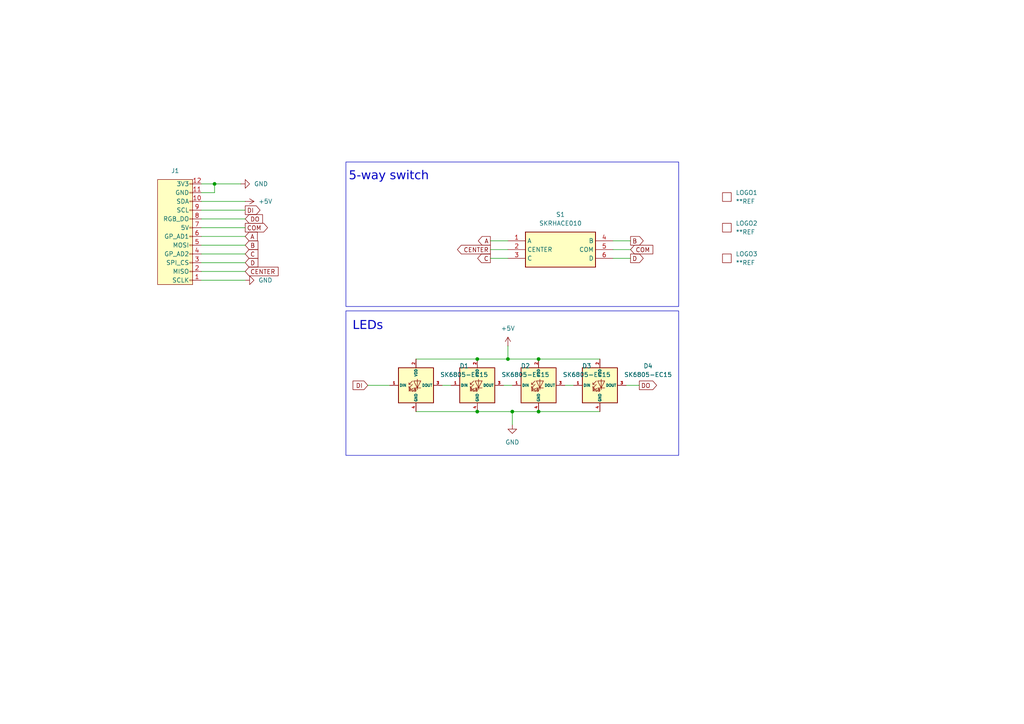
<source format=kicad_sch>
(kicad_sch (version 20250114) (generator "eeschema") (generator_version "9.0")
  (paper "A4")
  (lib_symbols
    (symbol "ct-kicad:SK6805-EC15" (pin_names (offset 0.254))
      (property "Reference" "D3" (at 14.605 5.08 0))
      (property "Value" "SK6805-EC15" (at 0.635 11.43 0))
      (symbol "SK6805-EC15_0_0"
        (text "RGB" (at -1.016 -1.397 0) (effects (font (size 0.762 0.762))))
      )
      (symbol "SK6805-EC15_0_1"
        (polyline (pts (xy -2.032 0.254) (xy -1.524 0.254)))
        (polyline (pts (xy -2.032 -0.762) (xy -1.524 -0.762)))
        (polyline (pts (xy -1.016 1.27) (xy -2.032 0.254) (xy -2.032 0.762)))
        (polyline (pts (xy -1.016 0.254) (xy -2.032 -0.762) (xy -2.032 -0.254)))
        (polyline (pts (xy 0.381 1.778) (xy 0.381 -0.762) (xy 0.381 -1.27)))
        (polyline (pts (xy 1.397 1.27) (xy -0.635 1.27) (xy 0.381 -0.762) (xy 1.397 1.27)))
        (polyline (pts (xy 1.397 -0.762) (xy -0.635 -0.762)))
        (rectangle (start 5.08 5.08) (end -5.08 -5.08) (stroke (width 0.254)) (fill (type background)))
      )
      (symbol "SK6805-EC15_1_1"
        (pin input line (at -7.62 0 0) (length 2.54) (name "DIN") (number "1"))
        (pin power_in line (at 0 7.62 270) (length 2.54) (name "VDD") (number "2"))
        (pin power_in line (at 0 -7.62 90) (length 2.54) (name "GND") (number "4"))
        (pin output line (at 7.62 0 180) (length 2.54) (name "DOUT") (number "3"))
      )
    )
    (symbol "ct-kicad:SKRHACE010"
      (property "Reference" "S" (at 26.67 7.62 0))
      (property "Value" "SKRHACE010" (at 26.67 5.08 0))
      (symbol "SKRHACE010_1_1"
        (rectangle (start 5.08 2.54) (end 25.4 -7.62) (stroke (width 0.254)) (fill (type background)))
        (pin passive line (at 0 0 0) (length 5.08) (name "A") (number "1"))
        (pin passive line (at 0 -2.54 0) (length 5.08) (name "CENTER") (number "2"))
        (pin passive line (at 0 -5.08 0) (length 5.08) (name "C") (number "3"))
        (pin passive line (at 30.48 0 180) (length 5.08) (name "B") (number "4"))
        (pin passive line (at 30.48 -2.54 180) (length 5.08) (name "COM") (number "5"))
        (pin passive line (at 30.48 -5.08 180) (length 5.08) (name "D") (number "6"))
      )
    )
    (symbol "ct-kicad:awesome-logo" (in_bom no)
      (property "Reference" "LOGO" (at 0 0 0))
      (property "Value" "**REF" (at 0 0 0))
      (symbol "awesome-logo_0_1"
        (rectangle (start -1.27 1.27) (end 1.27 -1.27))
      )
    )
    (symbol "ct-kicad:led-pad-qr-10mm" (in_bom no)
      (property "Reference" "LOGO" (at 0 0 0))
      (property "Value" "**REF" (at 0 0 0))
      (symbol "led-pad-qr-10mm_0_1"
        (rectangle (start -1.27 1.27) (end 1.27 -1.27))
      )
    )
    (symbol "power:+5V" (power) (pin_numbers (hide yes)) (pin_names (offset 0) (hide yes))
      (property "Value" "+5V" (at 0 3.556 0))
      (symbol "+5V_0_1"
        (polyline (pts (xy -0.762 1.27) (xy 0 2.54)))
        (polyline (pts (xy 0 2.54) (xy 0.762 1.27)))
        (polyline (pts (xy 0 0) (xy 0 2.54)))
      )
      (symbol "+5V_1_1"
        (pin power_in line (at 0 0 90) (length 0) (name "~") (number "1"))
      )
    )
    (symbol "power:GND" (power) (pin_numbers (hide yes)) (pin_names (offset 0) (hide yes))
      (property "Value" "GND" (at 0 -3.81 0))
      (symbol "GND_0_1"
        (polyline (pts (xy 0 0) (xy 0 -1.27) (xy 1.27 -1.27) (xy 0 -2.54) (xy -1.27 -1.27) (xy 0 -1.27)))
      )
      (symbol "GND_1_1"
        (pin power_in line (at 0 0 270) (length 0) (name "~") (number "1"))
      )
    )
    (symbol "vik:vik-module-connector" (pin_names (offset 1))
      (property "Reference" "J" (at 0 15.875 0))
      (symbol "vik-module-connector_1_1"
        (rectangle (start -5.08 13.97) (end 5.08 -16.51) (fill (type background)))
        (rectangle (start -5.0546 12.827) (end -4.191 12.573) (stroke (width 0.1)))
        (rectangle (start -5.0546 10.287) (end -4.191 10.033) (stroke (width 0.1)))
        (rectangle (start -5.0546 7.747) (end -4.191 7.493) (stroke (width 0.1)))
        (rectangle (start -5.0546 5.207) (end -4.191 4.953) (stroke (width 0.1)))
        (rectangle (start -5.0546 2.667) (end -4.191 2.413) (stroke (width 0.1)))
        (rectangle (start -5.0546 0.127) (end -4.191 -0.127) (stroke (width 0.1)))
        (rectangle (start -5.0546 -2.413) (end -4.191 -2.667) (stroke (width 0.1)))
        (rectangle (start -5.0546 -4.953) (end -4.191 -5.207) (stroke (width 0.1)))
        (rectangle (start -5.0546 -7.493) (end -4.191 -7.747) (stroke (width 0.1)))
        (rectangle (start -5.0546 -10.033) (end -4.191 -10.287) (stroke (width 0.1)))
        (rectangle (start -5.0546 -12.573) (end -4.191 -12.827) (stroke (width 0.1)))
        (rectangle (start -5.0546 -15.113) (end -4.191 -15.367) (stroke (width 0.1)))
        (pin output line (at -7.62 12.7 0) (length 2.54) (name "SCLK") (number "1"))
        (pin tri_state line (at -7.62 10.16 0) (length 2.54) (name "MISO") (number "2"))
        (pin output line (at -7.62 7.62 0) (length 2.54) (name "SPI_CS") (number "3"))
        (pin bidirectional line (at -7.62 5.08 0) (length 2.54) (name "GP_AD2") (number "4"))
        (pin output line (at -7.62 2.54 0) (length 2.54) (name "MOSI") (number "5"))
        (pin bidirectional line (at -7.62 0 0) (length 2.54) (name "GP_AD1") (number "6"))
        (pin power_out line (at -7.62 -2.54 0) (length 2.54) (name "5V") (number "7"))
        (pin output line (at -7.62 -5.08 0) (length 2.54) (name "RGB_DO") (number "8"))
        (pin bidirectional line (at -7.62 -7.62 0) (length 2.54) (name "SCL") (number "9"))
        (pin bidirectional line (at -7.62 -10.16 0) (length 2.54) (name "SDA") (number "10"))
        (pin power_out line (at -7.62 -12.7 0) (length 2.54) (name "GND") (number "11"))
        (pin power_out line (at -7.62 -15.24 0) (length 2.54) (name "3V3") (number "12"))
      )
    )
  )
  (rectangle (start 100.33 90.17) (end 196.85 132.08))
  (rectangle (start 100.33 46.99) (end 196.85 88.9))
  (text "5-way switch" (at 112.776 51.816 0) (effects (font (size 2.54 2.54))))
  (text "LEDs" (at 106.68 95.25 0) (effects (font (size 2.54 2.54))))
  (junction (at 138.43 119.38))
  (junction (at 138.43 104.14))
  (junction (at 62.23 53.34))
  (junction (at 147.32 104.14))
  (junction (at 148.59 119.38))
  (junction (at 156.21 119.38))
  (junction (at 156.21 104.14))
  (wire (pts (xy 142.24 72.39) (xy 147.32 72.39)))
  (wire (pts (xy 58.42 58.42) (xy 71.12 58.42)))
  (wire (pts (xy 177.8 69.85) (xy 182.88 69.85)))
  (wire (pts (xy 58.42 76.2) (xy 71.12 76.2)))
  (wire (pts (xy 173.99 119.38) (xy 156.21 119.38)))
  (wire (pts (xy 181.61 111.76) (xy 185.42 111.76)))
  (wire (pts (xy 156.21 119.38) (xy 148.59 119.38)))
  (wire (pts (xy 142.24 69.85) (xy 147.32 69.85)))
  (wire (pts (xy 58.42 71.12) (xy 71.12 71.12)))
  (wire (pts (xy 146.05 111.76) (xy 148.59 111.76)))
  (wire (pts (xy 138.43 119.38) (xy 148.59 119.38)))
  (wire (pts (xy 177.8 74.93) (xy 182.88 74.93)))
  (wire (pts (xy 58.42 68.58) (xy 71.12 68.58)))
  (wire (pts (xy 148.59 119.38) (xy 148.59 123.19)))
  (wire (pts (xy 58.42 81.28) (xy 71.12 81.28)))
  (wire (pts (xy 58.42 60.96) (xy 71.12 60.96)))
  (wire (pts (xy 147.32 104.14) (xy 156.21 104.14)))
  (wire (pts (xy 106.68 111.76) (xy 113.03 111.76)))
  (wire (pts (xy 58.42 73.66) (xy 71.12 73.66)))
  (wire (pts (xy 138.43 104.14) (xy 147.32 104.14)))
  (wire (pts (xy 58.42 78.74) (xy 71.12 78.74)))
  (wire (pts (xy 156.21 104.14) (xy 173.99 104.14)))
  (wire (pts (xy 58.42 66.04) (xy 71.12 66.04)))
  (wire (pts (xy 62.23 55.88) (xy 62.23 53.34)))
  (wire (pts (xy 128.27 111.76) (xy 130.81 111.76)))
  (wire (pts (xy 147.32 104.14) (xy 147.32 100.33)))
  (wire (pts (xy 62.23 53.34) (xy 69.85 53.34)))
  (wire (pts (xy 177.8 72.39) (xy 182.88 72.39)))
  (wire (pts (xy 163.83 111.76) (xy 166.37 111.76)))
  (wire (pts (xy 142.24 74.93) (xy 147.32 74.93)))
  (wire (pts (xy 58.42 53.34) (xy 62.23 53.34)))
  (wire (pts (xy 120.65 104.14) (xy 138.43 104.14)))
  (wire (pts (xy 58.42 63.5) (xy 71.12 63.5)))
  (wire (pts (xy 58.42 55.88) (xy 62.23 55.88)))
  (wire (pts (xy 120.65 119.38) (xy 138.43 119.38)))
  (global_label "CENTER" (shape input) (at 71.12 78.74 0) (property "Intersheetrefs" "${INTERSHEET_REFS}" (effects (hide yes))))
  (global_label "CENTER" (shape output) (at 142.24 72.39 180) (property "Intersheetrefs" "${INTERSHEET_REFS}" (effects (hide yes))))
  (global_label "A" (shape input) (at 71.12 68.58 0) (property "Intersheetrefs" "${INTERSHEET_REFS}" (effects (hide yes))))
  (global_label "C" (shape output) (at 142.24 74.93 180) (property "Intersheetrefs" "${INTERSHEET_REFS}" (effects (hide yes))))
  (global_label "D" (shape output) (at 182.88 74.93 0) (property "Intersheetrefs" "${INTERSHEET_REFS}" (effects (hide yes))))
  (global_label "C" (shape input) (at 71.12 73.66 0) (property "Intersheetrefs" "${INTERSHEET_REFS}" (effects (hide yes))))
  (global_label "DO" (shape output) (at 185.42 111.76 0) (property "Intersheetrefs" "${INTERSHEET_REFS}" (effects (hide yes))))
  (global_label "B" (shape input) (at 71.12 71.12 0) (property "Intersheetrefs" "${INTERSHEET_REFS}" (effects (hide yes))))
  (global_label "DI" (shape output) (at 71.12 60.96 0) (property "Intersheetrefs" "${INTERSHEET_REFS}" (effects (hide yes))))
  (global_label "A" (shape output) (at 142.24 69.85 180) (property "Intersheetrefs" "${INTERSHEET_REFS}" (effects (hide yes))))
  (global_label "DO" (shape input) (at 71.12 63.5 0) (property "Intersheetrefs" "${INTERSHEET_REFS}" (effects (hide yes))))
  (global_label "COM" (shape input) (at 182.88 72.39 0) (property "Intersheetrefs" "${INTERSHEET_REFS}" (effects (hide yes))))
  (global_label "D" (shape input) (at 71.12 76.2 0) (property "Intersheetrefs" "${INTERSHEET_REFS}" (effects (hide yes))))
  (global_label "DI" (shape input) (at 106.68 111.76 180) (property "Intersheetrefs" "${INTERSHEET_REFS}" (effects (hide yes))))
  (global_label "COM" (shape output) (at 71.12 66.04 0) (property "Intersheetrefs" "${INTERSHEET_REFS}" (effects (hide yes))))
  (global_label "B" (shape output) (at 182.88 69.85 0) (property "Intersheetrefs" "${INTERSHEET_REFS}" (effects (hide yes))))
  (symbol (lib_id "ct-kicad:led-pad-qr-10mm") (at 210.82 74.93 0) (unit 1) (in_bom no)
    (property "Reference" "LOGO3" (at 213.36 73.6599 0) (effects (justify left)))
    (property "Value" "**REF" (at 213.36 76.1999 0) (effects (justify left)))
    (property "Footprint" "ct-kicad:led-pad-qr-10mm" (effects (hide yes)))
    (property "Description" "qr code for repo" (effects (hide yes)))
  )
  (symbol (lib_id "power:+5V") (at 147.32 100.33 0) (unit 1)
    (property "Reference" "#PWR03" (effects (hide yes)))
    (property "Value" "+5V" (at 147.32 95.25 0))
    (property "Description" "Power symbol creates a global label with name \"+5V\"" (effects (hide yes)))
  )
  (symbol (lib_id "ct-kicad:awesome-logo") (at 210.82 57.15 0) (unit 1) (in_bom no)
    (property "Reference" "LOGO1" (at 213.36 55.8799 0) (effects (justify left)))
    (property "Value" "**REF" (at 213.36 58.4199 0) (effects (justify left)))
    (property "Footprint" "ct-kicad:awesome-logo" (effects (hide yes)))
    (property "Description" "the crazymittens logo" (effects (hide yes)))
  )
  (symbol (lib_id "power:GND") (at 69.85 53.34 90) (unit 1)
    (property "Reference" "#PWR05" (effects (hide yes)))
    (property "Value" "GND" (at 73.66 53.3399 90) (effects (justify right)))
    (property "Description" "Power symbol creates a global label with name \"GND\" , ground" (effects (hide yes)))
  )
  (symbol (lib_id "ct-kicad:SK6805-EC15") (at 173.99 111.76 0) (unit 1)
    (property "Reference" "D4" (at 187.96 106.1398 0))
    (property "Value" "SK6805-EC15" (at 187.96 108.6798 0))
    (property "Footprint" "ct-kicad:LED_dilemma_SK6805-EC15_1.5x1.5mm_P0.6mm_handsolder" (effects (hide yes)))
    (property "Datasheet" "https://datasheet.lcsc.com/lcsc/2108251530_OPSCO-Optoelectronics-SK6805-EC15_C2890035.pdf" (effects (hide yes)))
    (property "MFN" "Dongguan Opsco Optoelectronics" (effects (hide yes)))
    (property "MPN" "SK6805-EC15" (effects (hide yes)))
    (property "PKG" "SK6805-EC15" (effects (hide yes)))
    (property "LCSC" "C2890035" (effects (hide yes)))
  )
  (symbol (lib_id "vik:vik-module-connector") (at 50.8 68.58 180) (unit 1)
    (property "Reference" "J1" (at 50.8123 49.53 0))
    (property "Value" "vik-module-connector" (effects (hide yes)))
    (property "Footprint" "kicad-libraries:FFC-SMD_FFC05001-12SBA124W5M" (effects (hide yes)))
  )
  (symbol (lib_id "ct-kicad:SK6805-EC15") (at 138.43 111.76 0) (unit 1)
    (property "Reference" "D2" (at 152.4 106.1398 0))
    (property "Value" "SK6805-EC15" (at 152.4 108.6798 0))
    (property "Footprint" "ct-kicad:LED_dilemma_SK6805-EC15_1.5x1.5mm_P0.6mm_handsolder" (effects (hide yes)))
    (property "Datasheet" "https://datasheet.lcsc.com/lcsc/2108251530_OPSCO-Optoelectronics-SK6805-EC15_C2890035.pdf" (effects (hide yes)))
    (property "MFN" "Dongguan Opsco Optoelectronics" (effects (hide yes)))
    (property "MPN" "SK6805-EC15" (effects (hide yes)))
    (property "PKG" "SK6805-EC15" (effects (hide yes)))
    (property "LCSC" "C2890035" (effects (hide yes)))
  )
  (symbol (lib_id "ct-kicad:awesome-logo") (at 210.82 66.04 0) (unit 1) (in_bom no)
    (property "Reference" "LOGO2" (at 213.36 64.7699 0) (effects (justify left)))
    (property "Value" "**REF" (at 213.36 67.3099 0) (effects (justify left)))
    (property "Footprint" "ct-kicad:awesome-logo" (effects (hide yes)))
    (property "Description" "the crazymittens logo" (effects (hide yes)))
  )
  (symbol (lib_id "power:GND") (at 71.12 81.28 90) (unit 1)
    (property "Reference" "#PWR01" (effects (hide yes)))
    (property "Value" "GND" (at 74.93 81.2799 90) (effects (justify right)))
    (property "Description" "Power symbol creates a global label with name \"GND\" , ground" (effects (hide yes)))
  )
  (symbol (lib_id "ct-kicad:SK6805-EC15") (at 156.21 111.76 0) (unit 1)
    (property "Reference" "D3" (at 170.18 106.1398 0))
    (property "Value" "SK6805-EC15" (at 170.18 108.6798 0))
    (property "Footprint" "ct-kicad:LED_dilemma_SK6805-EC15_1.5x1.5mm_P0.6mm_handsolder" (effects (hide yes)))
    (property "Datasheet" "https://datasheet.lcsc.com/lcsc/2108251530_OPSCO-Optoelectronics-SK6805-EC15_C2890035.pdf" (effects (hide yes)))
    (property "MFN" "Dongguan Opsco Optoelectronics" (effects (hide yes)))
    (property "MPN" "SK6805-EC15" (effects (hide yes)))
    (property "PKG" "SK6805-EC15" (effects (hide yes)))
    (property "LCSC" "C2890035" (effects (hide yes)))
  )
  (symbol (lib_id "ct-kicad:SK6805-EC15") (at 120.65 111.76 0) (unit 1)
    (property "Reference" "D1" (at 134.62 106.1398 0))
    (property "Value" "SK6805-EC15" (at 134.62 108.6798 0))
    (property "Footprint" "ct-kicad:LED_dilemma_SK6805-EC15_1.5x1.5mm_P0.6mm_handsolder" (effects (hide yes)))
    (property "Datasheet" "https://datasheet.lcsc.com/lcsc/2108251530_OPSCO-Optoelectronics-SK6805-EC15_C2890035.pdf" (effects (hide yes)))
    (property "MFN" "Dongguan Opsco Optoelectronics" (effects (hide yes)))
    (property "MPN" "SK6805-EC15" (effects (hide yes)))
    (property "PKG" "SK6805-EC15" (effects (hide yes)))
    (property "LCSC" "C2890035" (effects (hide yes)))
  )
  (symbol (lib_id "power:GND") (at 148.59 123.19 0) (unit 1)
    (property "Reference" "#PWR04" (effects (hide yes)))
    (property "Value" "GND" (at 148.59 128.27 0))
    (property "Description" "Power symbol creates a global label with name \"GND\" , ground" (effects (hide yes)))
  )
  (symbol (lib_id "power:+5V") (at 71.12 58.42 270) (unit 1)
    (property "Reference" "#PWR02" (effects (hide yes)))
    (property "Value" "+5V" (at 74.93 58.4199 90) (effects (justify left)))
    (property "Description" "Power symbol creates a global label with name \"+5V\"" (effects (hide yes)))
  )
  (symbol (lib_id "ct-kicad:SKRHACE010") (at 147.32 69.85 0) (unit 1)
    (property "Reference" "S1" (at 162.56 62.23 0))
    (property "Value" "SKRHACE010" (at 162.56 64.77 0))
    (property "Footprint" "kicad-libraries:SW-SMD_SKRHACE010" (effects (hide yes)))
    (property "Datasheet" "https://www.alps.com/prod/info/E/HTML/MultiControl/Switch/SKRH/SKRHACE010.html" (effects (hide yes)))
    (property "Description" "Multi-Directional Switches 4-directn cntr push w/o boss 500K cycles" (effects (hide yes)))
    (property "Manufacturer_Name" "ALPS Electric" (effects (hide yes)))
    (property "Manufacturer_Part_Number" "SKRHACE010" (effects (hide yes)))
    (property "Mouser Part Number" "688-SKRHAC" (effects (hide yes)))
    (property "Mouser Price/Stock" "https://www.mouser.co.uk/ProductDetail/Alps-Alpine/SKRHACE010?qs=seHrhfPpLDxjRn0EPRko3g%3D%3D" (effects (hide yes)))
  )
)
</source>
